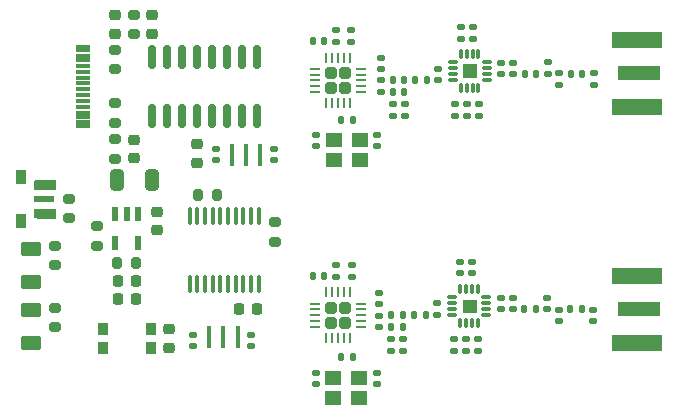
<source format=gbr>
%TF.GenerationSoftware,KiCad,Pcbnew,8.0.0*%
%TF.CreationDate,2025-02-17T15:32:22+01:00*%
%TF.ProjectId,Amon_Link,416d6f6e-5f4c-4696-9e6b-2e6b69636164,rev?*%
%TF.SameCoordinates,Original*%
%TF.FileFunction,Paste,Top*%
%TF.FilePolarity,Positive*%
%FSLAX46Y46*%
G04 Gerber Fmt 4.6, Leading zero omitted, Abs format (unit mm)*
G04 Created by KiCad (PCBNEW 8.0.0) date 2025-02-17 15:32:22*
%MOMM*%
%LPD*%
G01*
G04 APERTURE LIST*
G04 Aperture macros list*
%AMRoundRect*
0 Rectangle with rounded corners*
0 $1 Rounding radius*
0 $2 $3 $4 $5 $6 $7 $8 $9 X,Y pos of 4 corners*
0 Add a 4 corners polygon primitive as box body*
4,1,4,$2,$3,$4,$5,$6,$7,$8,$9,$2,$3,0*
0 Add four circle primitives for the rounded corners*
1,1,$1+$1,$2,$3*
1,1,$1+$1,$4,$5*
1,1,$1+$1,$6,$7*
1,1,$1+$1,$8,$9*
0 Add four rect primitives between the rounded corners*
20,1,$1+$1,$2,$3,$4,$5,0*
20,1,$1+$1,$4,$5,$6,$7,0*
20,1,$1+$1,$6,$7,$8,$9,0*
20,1,$1+$1,$8,$9,$2,$3,0*%
G04 Aperture macros list end*
%ADD10C,0.010000*%
%ADD11RoundRect,0.200000X0.275000X-0.200000X0.275000X0.200000X-0.275000X0.200000X-0.275000X-0.200000X0*%
%ADD12RoundRect,0.200000X-0.200000X-0.275000X0.200000X-0.275000X0.200000X0.275000X-0.200000X0.275000X0*%
%ADD13R,0.600000X1.150000*%
%ADD14RoundRect,0.100000X0.100000X-0.637500X0.100000X0.637500X-0.100000X0.637500X-0.100000X-0.637500X0*%
%ADD15RoundRect,0.225000X0.225000X0.250000X-0.225000X0.250000X-0.225000X-0.250000X0.225000X-0.250000X0*%
%ADD16RoundRect,0.225000X0.250000X-0.225000X0.250000X0.225000X-0.250000X0.225000X-0.250000X-0.225000X0*%
%ADD17RoundRect,0.150000X0.150000X-0.825000X0.150000X0.825000X-0.150000X0.825000X-0.150000X-0.825000X0*%
%ADD18R,0.400000X1.900000*%
%ADD19RoundRect,0.200000X-0.275000X0.200000X-0.275000X-0.200000X0.275000X-0.200000X0.275000X0.200000X0*%
%ADD20RoundRect,0.250000X0.625000X-0.375000X0.625000X0.375000X-0.625000X0.375000X-0.625000X-0.375000X0*%
%ADD21RoundRect,0.140000X0.170000X-0.140000X0.170000X0.140000X-0.170000X0.140000X-0.170000X-0.140000X0*%
%ADD22RoundRect,0.140000X-0.170000X0.140000X-0.170000X-0.140000X0.170000X-0.140000X0.170000X0.140000X0*%
%ADD23R,0.900000X1.300000*%
%ADD24R,1.800000X0.600000*%
%ADD25R,3.600000X1.270000*%
%ADD26R,4.200000X1.350000*%
%ADD27RoundRect,0.135000X0.185000X-0.135000X0.185000X0.135000X-0.185000X0.135000X-0.185000X-0.135000X0*%
%ADD28RoundRect,0.147500X-0.147500X-0.172500X0.147500X-0.172500X0.147500X0.172500X-0.147500X0.172500X0*%
%ADD29RoundRect,0.218750X-0.256250X0.218750X-0.256250X-0.218750X0.256250X-0.218750X0.256250X0.218750X0*%
%ADD30RoundRect,0.033750X-0.371250X-0.101250X0.371250X-0.101250X0.371250X0.101250X-0.371250X0.101250X0*%
%ADD31RoundRect,0.033750X-0.101250X-0.371250X0.101250X-0.371250X0.101250X0.371250X-0.101250X0.371250X0*%
%ADD32RoundRect,0.225000X-0.250000X0.225000X-0.250000X-0.225000X0.250000X-0.225000X0.250000X0.225000X0*%
%ADD33RoundRect,0.135000X-0.185000X0.135000X-0.185000X-0.135000X0.185000X-0.135000X0.185000X0.135000X0*%
%ADD34RoundRect,0.135000X-0.135000X-0.185000X0.135000X-0.185000X0.135000X0.185000X-0.135000X0.185000X0*%
%ADD35R,0.900000X1.000000*%
%ADD36RoundRect,0.147500X0.172500X-0.147500X0.172500X0.147500X-0.172500X0.147500X-0.172500X-0.147500X0*%
%ADD37RoundRect,0.140000X-0.140000X-0.170000X0.140000X-0.170000X0.140000X0.170000X-0.140000X0.170000X0*%
%ADD38RoundRect,0.250000X-0.325000X-0.650000X0.325000X-0.650000X0.325000X0.650000X-0.325000X0.650000X0*%
%ADD39RoundRect,0.140000X0.140000X0.170000X-0.140000X0.170000X-0.140000X-0.170000X0.140000X-0.170000X0*%
%ADD40R,1.400000X1.200000*%
%ADD41RoundRect,0.250000X-0.255000X-0.255000X0.255000X-0.255000X0.255000X0.255000X-0.255000X0.255000X0*%
%ADD42RoundRect,0.062500X-0.350000X-0.062500X0.350000X-0.062500X0.350000X0.062500X-0.350000X0.062500X0*%
%ADD43RoundRect,0.062500X-0.062500X-0.350000X0.062500X-0.350000X0.062500X0.350000X-0.062500X0.350000X0*%
%ADD44R,1.150000X0.300000*%
G04 APERTURE END LIST*
D10*
%TO.C,S1*%
X129959001Y-96870001D02*
X128459001Y-96870001D01*
X128449464Y-96870011D01*
X128441935Y-96865471D01*
X128426538Y-96856991D01*
X128410726Y-96849321D01*
X128394542Y-96842471D01*
X128386317Y-96839371D01*
X128376042Y-96835121D01*
X128355185Y-96827391D01*
X128333976Y-96820701D01*
X128312464Y-96815071D01*
X128301610Y-96812661D01*
X128292873Y-96810301D01*
X128275238Y-96806221D01*
X128257423Y-96803031D01*
X128239473Y-96800721D01*
X128230457Y-96799901D01*
X128230448Y-96799911D01*
X128221589Y-96798521D01*
X128203782Y-96796421D01*
X128185895Y-96795191D01*
X128167964Y-96794841D01*
X128159001Y-96795001D01*
X128159001Y-96120001D01*
X129959001Y-96120001D01*
X129959001Y-96870001D01*
G36*
X129959001Y-96870001D02*
G01*
X128459001Y-96870001D01*
X128449464Y-96870011D01*
X128441935Y-96865471D01*
X128426538Y-96856991D01*
X128410726Y-96849321D01*
X128394542Y-96842471D01*
X128386317Y-96839371D01*
X128376042Y-96835121D01*
X128355185Y-96827391D01*
X128333976Y-96820701D01*
X128312464Y-96815071D01*
X128301610Y-96812661D01*
X128292873Y-96810301D01*
X128275238Y-96806221D01*
X128257423Y-96803031D01*
X128239473Y-96800721D01*
X128230457Y-96799901D01*
X128230448Y-96799911D01*
X128221589Y-96798521D01*
X128203782Y-96796421D01*
X128185895Y-96795191D01*
X128167964Y-96794841D01*
X128159001Y-96795001D01*
X128159001Y-96120001D01*
X129959001Y-96120001D01*
X129959001Y-96870001D01*
G37*
X128459001Y-93670001D02*
X129959001Y-93670001D01*
X129959001Y-94420001D01*
X128159001Y-94420001D01*
X128159001Y-93745001D01*
X128167964Y-93745161D01*
X128185895Y-93744811D01*
X128203782Y-93743581D01*
X128221589Y-93741481D01*
X128230448Y-93740091D01*
X128230457Y-93740101D01*
X128239473Y-93739281D01*
X128257423Y-93736971D01*
X128275238Y-93733781D01*
X128292873Y-93729701D01*
X128301610Y-93727341D01*
X128312464Y-93724931D01*
X128333976Y-93719301D01*
X128355185Y-93712611D01*
X128376042Y-93704881D01*
X128386317Y-93700631D01*
X128394542Y-93697531D01*
X128410726Y-93690681D01*
X128426538Y-93683011D01*
X128441935Y-93674531D01*
X128449464Y-93669991D01*
X128459001Y-93670001D01*
G36*
X128459001Y-93670001D02*
G01*
X129959001Y-93670001D01*
X129959001Y-94420001D01*
X128159001Y-94420001D01*
X128159001Y-93745001D01*
X128167964Y-93745161D01*
X128185895Y-93744811D01*
X128203782Y-93743581D01*
X128221589Y-93741481D01*
X128230448Y-93740091D01*
X128230457Y-93740101D01*
X128239473Y-93739281D01*
X128257423Y-93736971D01*
X128275238Y-93733781D01*
X128292873Y-93729701D01*
X128301610Y-93727341D01*
X128312464Y-93724931D01*
X128333976Y-93719301D01*
X128355185Y-93712611D01*
X128376042Y-93704881D01*
X128386317Y-93700631D01*
X128394542Y-93697531D01*
X128410726Y-93690681D01*
X128426538Y-93683011D01*
X128441935Y-93674531D01*
X128449464Y-93669991D01*
X128459001Y-93670001D01*
G37*
%TO.C,U6*%
X165595000Y-84990000D02*
X164515000Y-84990000D01*
X164515000Y-83910000D01*
X165595000Y-83910000D01*
X165595000Y-84990000D01*
G36*
X165595000Y-84990000D02*
G01*
X164515000Y-84990000D01*
X164515000Y-83910000D01*
X165595000Y-83910000D01*
X165595000Y-84990000D01*
G37*
%TO.C,U4*%
X165557501Y-104890001D02*
X164477501Y-104890001D01*
X164477501Y-103810001D01*
X165557501Y-103810001D01*
X165557501Y-104890001D01*
G36*
X165557501Y-104890001D02*
G01*
X164477501Y-104890001D01*
X164477501Y-103810001D01*
X165557501Y-103810001D01*
X165557501Y-104890001D01*
G37*
%TD*%
D11*
%TO.C,R2*%
X148615400Y-97269800D03*
X148615400Y-98919800D03*
%TD*%
D12*
%TO.C,R1*%
X142024600Y-94919800D03*
X143674600Y-94919800D03*
%TD*%
D13*
%TO.C,IC1*%
X136967000Y-96540000D03*
X136017000Y-96540000D03*
X135067000Y-96540000D03*
X135067000Y-99040000D03*
X136967000Y-99040000D03*
%TD*%
D14*
%TO.C,U1*%
X141347000Y-102497000D03*
X141997000Y-102497000D03*
X142647000Y-102497000D03*
X143297000Y-102497000D03*
X143947000Y-102497000D03*
X144597000Y-102497000D03*
X145247000Y-102497000D03*
X145897000Y-102497000D03*
X146547000Y-102497000D03*
X147197000Y-102497000D03*
X147197000Y-96772000D03*
X146547000Y-96772000D03*
X145897000Y-96772000D03*
X145247000Y-96772000D03*
X144597000Y-96772000D03*
X143947000Y-96772000D03*
X143297000Y-96772000D03*
X142647000Y-96772000D03*
X141997000Y-96772000D03*
X141347000Y-96772000D03*
%TD*%
D15*
%TO.C,C47*%
X147079000Y-104648000D03*
X145529000Y-104648000D03*
%TD*%
D16*
%TO.C,C12*%
X141986000Y-92215000D03*
X141986000Y-90665000D03*
%TD*%
D17*
%TO.C,U2*%
X138176000Y-88245000D03*
X139446000Y-88245000D03*
X140716000Y-88245000D03*
X141986000Y-88245000D03*
X143256000Y-88245000D03*
X144526000Y-88245000D03*
X145796000Y-88245000D03*
X147066000Y-88245000D03*
X147066000Y-83295000D03*
X145796000Y-83295000D03*
X144526000Y-83295000D03*
X143256000Y-83295000D03*
X141986000Y-83295000D03*
X140716000Y-83295000D03*
X139446000Y-83295000D03*
X138176000Y-83295000D03*
%TD*%
D18*
%TO.C,Y1*%
X143005400Y-106984800D03*
X144205400Y-106984800D03*
X145405400Y-106984800D03*
%TD*%
%TO.C,Y2*%
X144920000Y-91541600D03*
X146120000Y-91541600D03*
X147320000Y-91541600D03*
%TD*%
D19*
%TO.C,R11*%
X136652000Y-79693000D03*
X136652000Y-81343000D03*
%TD*%
D20*
%TO.C,D4*%
X127959001Y-107530001D03*
X127959001Y-104730001D03*
%TD*%
%TO.C,D2*%
X127959002Y-102295002D03*
X127959002Y-99495002D03*
%TD*%
D21*
%TO.C,C34*%
X157250000Y-90830000D03*
X157250000Y-89870000D03*
%TD*%
D22*
%TO.C,C20*%
X152050000Y-89870000D03*
X152050000Y-90830000D03*
%TD*%
D21*
%TO.C,C19*%
X157212501Y-110980001D03*
X157212501Y-110020001D03*
%TD*%
D22*
%TO.C,C1*%
X152012501Y-110020001D03*
X152012501Y-110980001D03*
%TD*%
D23*
%TO.C,S1*%
X127109001Y-97120001D03*
X127109001Y-93420001D03*
D24*
X129059001Y-95270001D03*
%TD*%
D25*
%TO.C,J4*%
X179400000Y-104650000D03*
D26*
X179200000Y-107475000D03*
X179200000Y-101825000D03*
%TD*%
D11*
%TO.C,R23*%
X131159001Y-95295001D03*
X131159001Y-96945001D03*
%TD*%
D25*
%TO.C,J2*%
X179400000Y-84650000D03*
D26*
X179200000Y-87475000D03*
X179200000Y-81825000D03*
%TD*%
D27*
%TO.C,R16*%
X163752501Y-108210001D03*
X163752501Y-107190001D03*
%TD*%
D28*
%TO.C,L2*%
X159397501Y-106150001D03*
X158427501Y-106150001D03*
%TD*%
D19*
%TO.C,R4*%
X133477000Y-97600000D03*
X133477000Y-99250000D03*
%TD*%
D29*
%TO.C,D1*%
X136652000Y-90271500D03*
X136652000Y-91846500D03*
%TD*%
D21*
%TO.C,C38*%
X162400000Y-85230000D03*
X162400000Y-84270000D03*
%TD*%
D22*
%TO.C,C17*%
X157412501Y-103220001D03*
X157412501Y-104180001D03*
%TD*%
D21*
%TO.C,C31*%
X153750000Y-81980000D03*
X153750000Y-81020000D03*
%TD*%
D30*
%TO.C,U6*%
X163610000Y-83700000D03*
X163610000Y-84200000D03*
X163610000Y-84700000D03*
X163610000Y-85200000D03*
D31*
X164305000Y-85895000D03*
X164805000Y-85895000D03*
X165305000Y-85895000D03*
X165805000Y-85895000D03*
D30*
X166500000Y-85200000D03*
X166500000Y-84700000D03*
X166500000Y-84200000D03*
X166500000Y-83700000D03*
D31*
X165805000Y-83005000D03*
X165305000Y-83005000D03*
X164805000Y-83005000D03*
X164305000Y-83005000D03*
%TD*%
D28*
%TO.C,L9*%
X169715000Y-84700000D03*
X170685000Y-84700000D03*
%TD*%
D21*
%TO.C,C27*%
X171612501Y-104630001D03*
X171612501Y-103670001D03*
%TD*%
D27*
%TO.C,R18*%
X155050000Y-82010000D03*
X155050000Y-80990000D03*
%TD*%
D32*
%TO.C,C14*%
X135059000Y-79743000D03*
X135059000Y-81293000D03*
%TD*%
%TO.C,C4*%
X139598400Y-106336800D03*
X139598400Y-107886800D03*
%TD*%
D28*
%TO.C,L8*%
X158565000Y-85250000D03*
X159535000Y-85250000D03*
%TD*%
D27*
%TO.C,R13*%
X155112501Y-101910001D03*
X155112501Y-100890001D03*
%TD*%
D33*
%TO.C,R22*%
X165850000Y-87240000D03*
X165850000Y-88260000D03*
%TD*%
D34*
%TO.C,R19*%
X154140000Y-88600000D03*
X155160000Y-88600000D03*
%TD*%
D21*
%TO.C,C25*%
X165300000Y-81730000D03*
X165300000Y-80770000D03*
%TD*%
%TO.C,C44*%
X171650000Y-84680000D03*
X171650000Y-83720000D03*
%TD*%
D22*
%TO.C,C10*%
X143544999Y-91061600D03*
X143544999Y-92021600D03*
%TD*%
D35*
%TO.C,SW1*%
X138092400Y-107911800D03*
X133992400Y-107911800D03*
X138092400Y-106311800D03*
X133992400Y-106311800D03*
%TD*%
D32*
%TO.C,C6*%
X138557000Y-97930000D03*
X138557000Y-96380000D03*
%TD*%
D22*
%TO.C,C22*%
X159412501Y-107170001D03*
X159412501Y-108130001D03*
%TD*%
D27*
%TO.C,R15*%
X164752501Y-108210001D03*
X164752501Y-107190001D03*
%TD*%
D32*
%TO.C,C11*%
X138176000Y-79743000D03*
X138176000Y-81293000D03*
%TD*%
D34*
%TO.C,R14*%
X154152501Y-108650001D03*
X155172501Y-108650001D03*
%TD*%
D36*
%TO.C,L6*%
X157550000Y-86235000D03*
X157550000Y-85265000D03*
%TD*%
D27*
%TO.C,R20*%
X163850000Y-88260000D03*
X163850000Y-87240000D03*
%TD*%
D22*
%TO.C,C29*%
X175512501Y-104670001D03*
X175512501Y-105630001D03*
%TD*%
D21*
%TO.C,C30*%
X167712501Y-104630001D03*
X167712501Y-103670001D03*
%TD*%
D22*
%TO.C,C28*%
X172612501Y-104670001D03*
X172612501Y-105630001D03*
%TD*%
D36*
%TO.C,L1*%
X157412501Y-106135001D03*
X157412501Y-105165001D03*
%TD*%
D28*
%TO.C,L7*%
X158565000Y-86250000D03*
X159535000Y-86250000D03*
%TD*%
D21*
%TO.C,C16*%
X153762501Y-101880001D03*
X153762501Y-100920001D03*
%TD*%
D19*
%TO.C,R9*%
X135059000Y-82672500D03*
X135059000Y-84322500D03*
%TD*%
D11*
%TO.C,R10*%
X135059001Y-88845001D03*
X135059001Y-87195001D03*
%TD*%
D28*
%TO.C,L10*%
X173615000Y-84700000D03*
X174585000Y-84700000D03*
%TD*%
D21*
%TO.C,C41*%
X167750000Y-84730000D03*
X167750000Y-83770000D03*
%TD*%
D15*
%TO.C,C8*%
X135242000Y-102235000D03*
X136792000Y-102235000D03*
%TD*%
D33*
%TO.C,R17*%
X165752501Y-107190001D03*
X165752501Y-108210001D03*
%TD*%
D30*
%TO.C,U4*%
X163572501Y-103600001D03*
X163572501Y-104100001D03*
X163572501Y-104600001D03*
X163572501Y-105100001D03*
D31*
X164267501Y-105795001D03*
X164767501Y-105795001D03*
X165267501Y-105795001D03*
X165767501Y-105795001D03*
D30*
X166462501Y-105100001D03*
X166462501Y-104600001D03*
X166462501Y-104100001D03*
X166462501Y-103600001D03*
D31*
X165767501Y-102905001D03*
X165267501Y-102905001D03*
X164767501Y-102905001D03*
X164267501Y-102905001D03*
%TD*%
D11*
%TO.C,R5*%
X135059001Y-91884000D03*
X135059001Y-90234000D03*
%TD*%
D19*
%TO.C,R12*%
X129909002Y-100920002D03*
X129909002Y-99270002D03*
%TD*%
D21*
%TO.C,C26*%
X168712501Y-104630001D03*
X168712501Y-103670001D03*
%TD*%
%TO.C,C42*%
X165262501Y-101600001D03*
X165262501Y-100640001D03*
%TD*%
%TO.C,C24*%
X164300000Y-81730000D03*
X164300000Y-80770000D03*
%TD*%
D28*
%TO.C,L3*%
X158427501Y-105100001D03*
X159397501Y-105100001D03*
%TD*%
D37*
%TO.C,C37*%
X160470000Y-85250000D03*
X161430000Y-85250000D03*
%TD*%
D21*
%TO.C,C43*%
X168750000Y-84730000D03*
X168750000Y-83770000D03*
%TD*%
D38*
%TO.C,C5*%
X138127000Y-93726000D03*
X135177000Y-93726000D03*
%TD*%
D28*
%TO.C,L5*%
X173577501Y-104650001D03*
X174547501Y-104650001D03*
%TD*%
D15*
%TO.C,C9*%
X135242000Y-103759000D03*
X136792000Y-103759000D03*
%TD*%
D19*
%TO.C,R7*%
X129909001Y-106145001D03*
X129909001Y-104495001D03*
%TD*%
D39*
%TO.C,C32*%
X152730000Y-81950000D03*
X151770000Y-81950000D03*
%TD*%
D22*
%TO.C,C45*%
X172650000Y-84670000D03*
X172650000Y-85630000D03*
%TD*%
D27*
%TO.C,R21*%
X164850000Y-88260000D03*
X164850000Y-87240000D03*
%TD*%
D22*
%TO.C,C39*%
X158550000Y-87270000D03*
X158550000Y-88230000D03*
%TD*%
D40*
%TO.C,Y4*%
X153550000Y-92000000D03*
X155750000Y-92000000D03*
X155750000Y-90300000D03*
X153550000Y-90300000D03*
%TD*%
D41*
%TO.C,U5*%
X153275000Y-84637500D03*
X153275000Y-85887500D03*
X154525000Y-84637500D03*
X154525000Y-85887500D03*
D42*
X151962500Y-84262500D03*
X151962500Y-84762500D03*
X151962500Y-85262500D03*
X151962500Y-85762500D03*
X151962500Y-86262500D03*
D43*
X152900000Y-87200000D03*
X153400000Y-87200000D03*
X153900000Y-87200000D03*
X154400000Y-87200000D03*
X154900000Y-87200000D03*
D42*
X155837500Y-86262500D03*
X155837500Y-85762500D03*
X155837500Y-85262500D03*
X155837500Y-84762500D03*
X155837500Y-84262500D03*
D43*
X154900000Y-83325000D03*
X154400000Y-83325000D03*
X153900000Y-83325000D03*
X153400000Y-83325000D03*
X152900000Y-83325000D03*
%TD*%
D12*
%TO.C,R3*%
X136842000Y-100711000D03*
X135192000Y-100711000D03*
%TD*%
D22*
%TO.C,C23*%
X158412501Y-107170001D03*
X158412501Y-108130001D03*
%TD*%
D21*
%TO.C,C40*%
X164262501Y-101600001D03*
X164262501Y-100640001D03*
%TD*%
D22*
%TO.C,C3*%
X146558000Y-106809600D03*
X146558000Y-107769600D03*
%TD*%
%TO.C,C13*%
X148463000Y-91061600D03*
X148463000Y-92021600D03*
%TD*%
D21*
%TO.C,C18*%
X162312501Y-105080001D03*
X162312501Y-104120001D03*
%TD*%
D22*
%TO.C,C36*%
X159550000Y-87270000D03*
X159550000Y-88230000D03*
%TD*%
D37*
%TO.C,C21*%
X160382501Y-105100001D03*
X161342501Y-105100001D03*
%TD*%
D41*
%TO.C,U3*%
X153287501Y-104525001D03*
X153287501Y-105775001D03*
X154537501Y-104525001D03*
X154537501Y-105775001D03*
D42*
X151975001Y-104150001D03*
X151975001Y-104650001D03*
X151975001Y-105150001D03*
X151975001Y-105650001D03*
X151975001Y-106150001D03*
D43*
X152912501Y-107087501D03*
X153412501Y-107087501D03*
X153912501Y-107087501D03*
X154412501Y-107087501D03*
X154912501Y-107087501D03*
D42*
X155850001Y-106150001D03*
X155850001Y-105650001D03*
X155850001Y-105150001D03*
X155850001Y-104650001D03*
X155850001Y-104150001D03*
D43*
X154912501Y-103212501D03*
X154412501Y-103212501D03*
X153912501Y-103212501D03*
X153412501Y-103212501D03*
X152912501Y-103212501D03*
%TD*%
D22*
%TO.C,C33*%
X157550000Y-83370000D03*
X157550000Y-84330000D03*
%TD*%
D40*
%TO.C,Y3*%
X153512501Y-112150001D03*
X155712501Y-112150001D03*
X155712501Y-110450001D03*
X153512501Y-110450001D03*
%TD*%
D44*
%TO.C,J1*%
X132344000Y-82420000D03*
X132344000Y-83220000D03*
X132344000Y-84520000D03*
X132344000Y-85520000D03*
X132344000Y-86020000D03*
X132344000Y-87020000D03*
X132344000Y-88320000D03*
X132344000Y-89120000D03*
X132344000Y-88820000D03*
X132344000Y-88020000D03*
X132344000Y-87520000D03*
X132344000Y-86520000D03*
X132344000Y-85020000D03*
X132344000Y-84020000D03*
X132344000Y-83520000D03*
X132344000Y-82720000D03*
%TD*%
D28*
%TO.C,L4*%
X169677501Y-104650001D03*
X170647501Y-104650001D03*
%TD*%
D22*
%TO.C,C46*%
X175550000Y-84670000D03*
X175550000Y-85630000D03*
%TD*%
%TO.C,C2*%
X141605000Y-107769600D03*
X141605000Y-106809600D03*
%TD*%
D39*
%TO.C,C15*%
X152742501Y-101850001D03*
X151782501Y-101850001D03*
%TD*%
M02*

</source>
